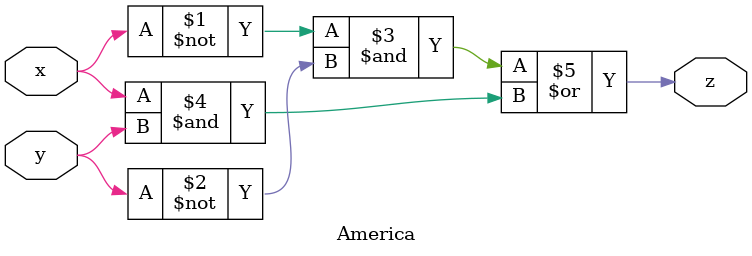
<source format=v>
module America(
input x,
input y,
output z
);

assign z = (~x & ~y) | (x & y);

endmodule

</source>
